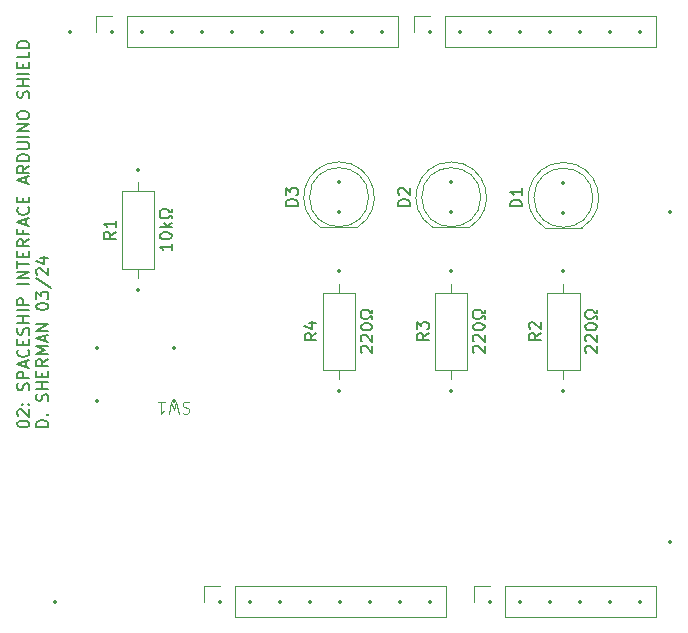
<source format=gto>
%TF.GenerationSoftware,KiCad,Pcbnew,8.0.0*%
%TF.CreationDate,2024-03-31T18:51:28-04:00*%
%TF.ProjectId,2_spaceship_interface_shield,325f7370-6163-4657-9368-69705f696e74,rev?*%
%TF.SameCoordinates,Original*%
%TF.FileFunction,Legend,Top*%
%TF.FilePolarity,Positive*%
%FSLAX46Y46*%
G04 Gerber Fmt 4.6, Leading zero omitted, Abs format (unit mm)*
G04 Created by KiCad (PCBNEW 8.0.0) date 2024-03-31 18:51:28*
%MOMM*%
%LPD*%
G01*
G04 APERTURE LIST*
%ADD10C,0.150000*%
%ADD11C,0.100000*%
%ADD12C,0.120000*%
%ADD13C,0.350000*%
G04 APERTURE END LIST*
D10*
X10759875Y17527256D02*
X10759875Y17622494D01*
X10759875Y17622494D02*
X10807494Y17717732D01*
X10807494Y17717732D02*
X10855113Y17765351D01*
X10855113Y17765351D02*
X10950351Y17812970D01*
X10950351Y17812970D02*
X11140827Y17860589D01*
X11140827Y17860589D02*
X11378922Y17860589D01*
X11378922Y17860589D02*
X11569398Y17812970D01*
X11569398Y17812970D02*
X11664636Y17765351D01*
X11664636Y17765351D02*
X11712256Y17717732D01*
X11712256Y17717732D02*
X11759875Y17622494D01*
X11759875Y17622494D02*
X11759875Y17527256D01*
X11759875Y17527256D02*
X11712256Y17432018D01*
X11712256Y17432018D02*
X11664636Y17384399D01*
X11664636Y17384399D02*
X11569398Y17336780D01*
X11569398Y17336780D02*
X11378922Y17289161D01*
X11378922Y17289161D02*
X11140827Y17289161D01*
X11140827Y17289161D02*
X10950351Y17336780D01*
X10950351Y17336780D02*
X10855113Y17384399D01*
X10855113Y17384399D02*
X10807494Y17432018D01*
X10807494Y17432018D02*
X10759875Y17527256D01*
X10855113Y18241542D02*
X10807494Y18289161D01*
X10807494Y18289161D02*
X10759875Y18384399D01*
X10759875Y18384399D02*
X10759875Y18622494D01*
X10759875Y18622494D02*
X10807494Y18717732D01*
X10807494Y18717732D02*
X10855113Y18765351D01*
X10855113Y18765351D02*
X10950351Y18812970D01*
X10950351Y18812970D02*
X11045589Y18812970D01*
X11045589Y18812970D02*
X11188446Y18765351D01*
X11188446Y18765351D02*
X11759875Y18193923D01*
X11759875Y18193923D02*
X11759875Y18812970D01*
X11664636Y19241542D02*
X11712256Y19289161D01*
X11712256Y19289161D02*
X11759875Y19241542D01*
X11759875Y19241542D02*
X11712256Y19193923D01*
X11712256Y19193923D02*
X11664636Y19241542D01*
X11664636Y19241542D02*
X11759875Y19241542D01*
X11140827Y19241542D02*
X11188446Y19289161D01*
X11188446Y19289161D02*
X11236065Y19241542D01*
X11236065Y19241542D02*
X11188446Y19193923D01*
X11188446Y19193923D02*
X11140827Y19241542D01*
X11140827Y19241542D02*
X11236065Y19241542D01*
X11712256Y20432018D02*
X11759875Y20574875D01*
X11759875Y20574875D02*
X11759875Y20812970D01*
X11759875Y20812970D02*
X11712256Y20908208D01*
X11712256Y20908208D02*
X11664636Y20955827D01*
X11664636Y20955827D02*
X11569398Y21003446D01*
X11569398Y21003446D02*
X11474160Y21003446D01*
X11474160Y21003446D02*
X11378922Y20955827D01*
X11378922Y20955827D02*
X11331303Y20908208D01*
X11331303Y20908208D02*
X11283684Y20812970D01*
X11283684Y20812970D02*
X11236065Y20622494D01*
X11236065Y20622494D02*
X11188446Y20527256D01*
X11188446Y20527256D02*
X11140827Y20479637D01*
X11140827Y20479637D02*
X11045589Y20432018D01*
X11045589Y20432018D02*
X10950351Y20432018D01*
X10950351Y20432018D02*
X10855113Y20479637D01*
X10855113Y20479637D02*
X10807494Y20527256D01*
X10807494Y20527256D02*
X10759875Y20622494D01*
X10759875Y20622494D02*
X10759875Y20860589D01*
X10759875Y20860589D02*
X10807494Y21003446D01*
X11759875Y21432018D02*
X10759875Y21432018D01*
X10759875Y21432018D02*
X10759875Y21812970D01*
X10759875Y21812970D02*
X10807494Y21908208D01*
X10807494Y21908208D02*
X10855113Y21955827D01*
X10855113Y21955827D02*
X10950351Y22003446D01*
X10950351Y22003446D02*
X11093208Y22003446D01*
X11093208Y22003446D02*
X11188446Y21955827D01*
X11188446Y21955827D02*
X11236065Y21908208D01*
X11236065Y21908208D02*
X11283684Y21812970D01*
X11283684Y21812970D02*
X11283684Y21432018D01*
X11474160Y22384399D02*
X11474160Y22860589D01*
X11759875Y22289161D02*
X10759875Y22622494D01*
X10759875Y22622494D02*
X11759875Y22955827D01*
X11664636Y23860589D02*
X11712256Y23812970D01*
X11712256Y23812970D02*
X11759875Y23670113D01*
X11759875Y23670113D02*
X11759875Y23574875D01*
X11759875Y23574875D02*
X11712256Y23432018D01*
X11712256Y23432018D02*
X11617017Y23336780D01*
X11617017Y23336780D02*
X11521779Y23289161D01*
X11521779Y23289161D02*
X11331303Y23241542D01*
X11331303Y23241542D02*
X11188446Y23241542D01*
X11188446Y23241542D02*
X10997970Y23289161D01*
X10997970Y23289161D02*
X10902732Y23336780D01*
X10902732Y23336780D02*
X10807494Y23432018D01*
X10807494Y23432018D02*
X10759875Y23574875D01*
X10759875Y23574875D02*
X10759875Y23670113D01*
X10759875Y23670113D02*
X10807494Y23812970D01*
X10807494Y23812970D02*
X10855113Y23860589D01*
X11236065Y24289161D02*
X11236065Y24622494D01*
X11759875Y24765351D02*
X11759875Y24289161D01*
X11759875Y24289161D02*
X10759875Y24289161D01*
X10759875Y24289161D02*
X10759875Y24765351D01*
X11712256Y25146304D02*
X11759875Y25289161D01*
X11759875Y25289161D02*
X11759875Y25527256D01*
X11759875Y25527256D02*
X11712256Y25622494D01*
X11712256Y25622494D02*
X11664636Y25670113D01*
X11664636Y25670113D02*
X11569398Y25717732D01*
X11569398Y25717732D02*
X11474160Y25717732D01*
X11474160Y25717732D02*
X11378922Y25670113D01*
X11378922Y25670113D02*
X11331303Y25622494D01*
X11331303Y25622494D02*
X11283684Y25527256D01*
X11283684Y25527256D02*
X11236065Y25336780D01*
X11236065Y25336780D02*
X11188446Y25241542D01*
X11188446Y25241542D02*
X11140827Y25193923D01*
X11140827Y25193923D02*
X11045589Y25146304D01*
X11045589Y25146304D02*
X10950351Y25146304D01*
X10950351Y25146304D02*
X10855113Y25193923D01*
X10855113Y25193923D02*
X10807494Y25241542D01*
X10807494Y25241542D02*
X10759875Y25336780D01*
X10759875Y25336780D02*
X10759875Y25574875D01*
X10759875Y25574875D02*
X10807494Y25717732D01*
X11759875Y26146304D02*
X10759875Y26146304D01*
X11236065Y26146304D02*
X11236065Y26717732D01*
X11759875Y26717732D02*
X10759875Y26717732D01*
X11759875Y27193923D02*
X10759875Y27193923D01*
X11759875Y27670113D02*
X10759875Y27670113D01*
X10759875Y27670113D02*
X10759875Y28051065D01*
X10759875Y28051065D02*
X10807494Y28146303D01*
X10807494Y28146303D02*
X10855113Y28193922D01*
X10855113Y28193922D02*
X10950351Y28241541D01*
X10950351Y28241541D02*
X11093208Y28241541D01*
X11093208Y28241541D02*
X11188446Y28193922D01*
X11188446Y28193922D02*
X11236065Y28146303D01*
X11236065Y28146303D02*
X11283684Y28051065D01*
X11283684Y28051065D02*
X11283684Y27670113D01*
X11759875Y29432018D02*
X10759875Y29432018D01*
X11759875Y29908208D02*
X10759875Y29908208D01*
X10759875Y29908208D02*
X11759875Y30479636D01*
X11759875Y30479636D02*
X10759875Y30479636D01*
X10759875Y30812970D02*
X10759875Y31384398D01*
X11759875Y31098684D02*
X10759875Y31098684D01*
X11236065Y31717732D02*
X11236065Y32051065D01*
X11759875Y32193922D02*
X11759875Y31717732D01*
X11759875Y31717732D02*
X10759875Y31717732D01*
X10759875Y31717732D02*
X10759875Y32193922D01*
X11759875Y33193922D02*
X11283684Y32860589D01*
X11759875Y32622494D02*
X10759875Y32622494D01*
X10759875Y32622494D02*
X10759875Y33003446D01*
X10759875Y33003446D02*
X10807494Y33098684D01*
X10807494Y33098684D02*
X10855113Y33146303D01*
X10855113Y33146303D02*
X10950351Y33193922D01*
X10950351Y33193922D02*
X11093208Y33193922D01*
X11093208Y33193922D02*
X11188446Y33146303D01*
X11188446Y33146303D02*
X11236065Y33098684D01*
X11236065Y33098684D02*
X11283684Y33003446D01*
X11283684Y33003446D02*
X11283684Y32622494D01*
X11236065Y33955827D02*
X11236065Y33622494D01*
X11759875Y33622494D02*
X10759875Y33622494D01*
X10759875Y33622494D02*
X10759875Y34098684D01*
X11474160Y34432018D02*
X11474160Y34908208D01*
X11759875Y34336780D02*
X10759875Y34670113D01*
X10759875Y34670113D02*
X11759875Y35003446D01*
X11664636Y35908208D02*
X11712256Y35860589D01*
X11712256Y35860589D02*
X11759875Y35717732D01*
X11759875Y35717732D02*
X11759875Y35622494D01*
X11759875Y35622494D02*
X11712256Y35479637D01*
X11712256Y35479637D02*
X11617017Y35384399D01*
X11617017Y35384399D02*
X11521779Y35336780D01*
X11521779Y35336780D02*
X11331303Y35289161D01*
X11331303Y35289161D02*
X11188446Y35289161D01*
X11188446Y35289161D02*
X10997970Y35336780D01*
X10997970Y35336780D02*
X10902732Y35384399D01*
X10902732Y35384399D02*
X10807494Y35479637D01*
X10807494Y35479637D02*
X10759875Y35622494D01*
X10759875Y35622494D02*
X10759875Y35717732D01*
X10759875Y35717732D02*
X10807494Y35860589D01*
X10807494Y35860589D02*
X10855113Y35908208D01*
X11236065Y36336780D02*
X11236065Y36670113D01*
X11759875Y36812970D02*
X11759875Y36336780D01*
X11759875Y36336780D02*
X10759875Y36336780D01*
X10759875Y36336780D02*
X10759875Y36812970D01*
X11474160Y37955828D02*
X11474160Y38432018D01*
X11759875Y37860590D02*
X10759875Y38193923D01*
X10759875Y38193923D02*
X11759875Y38527256D01*
X11759875Y39432018D02*
X11283684Y39098685D01*
X11759875Y38860590D02*
X10759875Y38860590D01*
X10759875Y38860590D02*
X10759875Y39241542D01*
X10759875Y39241542D02*
X10807494Y39336780D01*
X10807494Y39336780D02*
X10855113Y39384399D01*
X10855113Y39384399D02*
X10950351Y39432018D01*
X10950351Y39432018D02*
X11093208Y39432018D01*
X11093208Y39432018D02*
X11188446Y39384399D01*
X11188446Y39384399D02*
X11236065Y39336780D01*
X11236065Y39336780D02*
X11283684Y39241542D01*
X11283684Y39241542D02*
X11283684Y38860590D01*
X11759875Y39860590D02*
X10759875Y39860590D01*
X10759875Y39860590D02*
X10759875Y40098685D01*
X10759875Y40098685D02*
X10807494Y40241542D01*
X10807494Y40241542D02*
X10902732Y40336780D01*
X10902732Y40336780D02*
X10997970Y40384399D01*
X10997970Y40384399D02*
X11188446Y40432018D01*
X11188446Y40432018D02*
X11331303Y40432018D01*
X11331303Y40432018D02*
X11521779Y40384399D01*
X11521779Y40384399D02*
X11617017Y40336780D01*
X11617017Y40336780D02*
X11712256Y40241542D01*
X11712256Y40241542D02*
X11759875Y40098685D01*
X11759875Y40098685D02*
X11759875Y39860590D01*
X10759875Y40860590D02*
X11569398Y40860590D01*
X11569398Y40860590D02*
X11664636Y40908209D01*
X11664636Y40908209D02*
X11712256Y40955828D01*
X11712256Y40955828D02*
X11759875Y41051066D01*
X11759875Y41051066D02*
X11759875Y41241542D01*
X11759875Y41241542D02*
X11712256Y41336780D01*
X11712256Y41336780D02*
X11664636Y41384399D01*
X11664636Y41384399D02*
X11569398Y41432018D01*
X11569398Y41432018D02*
X10759875Y41432018D01*
X11759875Y41908209D02*
X10759875Y41908209D01*
X11759875Y42384399D02*
X10759875Y42384399D01*
X10759875Y42384399D02*
X11759875Y42955827D01*
X11759875Y42955827D02*
X10759875Y42955827D01*
X10759875Y43622494D02*
X10759875Y43812970D01*
X10759875Y43812970D02*
X10807494Y43908208D01*
X10807494Y43908208D02*
X10902732Y44003446D01*
X10902732Y44003446D02*
X11093208Y44051065D01*
X11093208Y44051065D02*
X11426541Y44051065D01*
X11426541Y44051065D02*
X11617017Y44003446D01*
X11617017Y44003446D02*
X11712256Y43908208D01*
X11712256Y43908208D02*
X11759875Y43812970D01*
X11759875Y43812970D02*
X11759875Y43622494D01*
X11759875Y43622494D02*
X11712256Y43527256D01*
X11712256Y43527256D02*
X11617017Y43432018D01*
X11617017Y43432018D02*
X11426541Y43384399D01*
X11426541Y43384399D02*
X11093208Y43384399D01*
X11093208Y43384399D02*
X10902732Y43432018D01*
X10902732Y43432018D02*
X10807494Y43527256D01*
X10807494Y43527256D02*
X10759875Y43622494D01*
X11712256Y45193923D02*
X11759875Y45336780D01*
X11759875Y45336780D02*
X11759875Y45574875D01*
X11759875Y45574875D02*
X11712256Y45670113D01*
X11712256Y45670113D02*
X11664636Y45717732D01*
X11664636Y45717732D02*
X11569398Y45765351D01*
X11569398Y45765351D02*
X11474160Y45765351D01*
X11474160Y45765351D02*
X11378922Y45717732D01*
X11378922Y45717732D02*
X11331303Y45670113D01*
X11331303Y45670113D02*
X11283684Y45574875D01*
X11283684Y45574875D02*
X11236065Y45384399D01*
X11236065Y45384399D02*
X11188446Y45289161D01*
X11188446Y45289161D02*
X11140827Y45241542D01*
X11140827Y45241542D02*
X11045589Y45193923D01*
X11045589Y45193923D02*
X10950351Y45193923D01*
X10950351Y45193923D02*
X10855113Y45241542D01*
X10855113Y45241542D02*
X10807494Y45289161D01*
X10807494Y45289161D02*
X10759875Y45384399D01*
X10759875Y45384399D02*
X10759875Y45622494D01*
X10759875Y45622494D02*
X10807494Y45765351D01*
X11759875Y46193923D02*
X10759875Y46193923D01*
X11236065Y46193923D02*
X11236065Y46765351D01*
X11759875Y46765351D02*
X10759875Y46765351D01*
X11759875Y47241542D02*
X10759875Y47241542D01*
X11236065Y47717732D02*
X11236065Y48051065D01*
X11759875Y48193922D02*
X11759875Y47717732D01*
X11759875Y47717732D02*
X10759875Y47717732D01*
X10759875Y47717732D02*
X10759875Y48193922D01*
X11759875Y49098684D02*
X11759875Y48622494D01*
X11759875Y48622494D02*
X10759875Y48622494D01*
X11759875Y49432018D02*
X10759875Y49432018D01*
X10759875Y49432018D02*
X10759875Y49670113D01*
X10759875Y49670113D02*
X10807494Y49812970D01*
X10807494Y49812970D02*
X10902732Y49908208D01*
X10902732Y49908208D02*
X10997970Y49955827D01*
X10997970Y49955827D02*
X11188446Y50003446D01*
X11188446Y50003446D02*
X11331303Y50003446D01*
X11331303Y50003446D02*
X11521779Y49955827D01*
X11521779Y49955827D02*
X11617017Y49908208D01*
X11617017Y49908208D02*
X11712256Y49812970D01*
X11712256Y49812970D02*
X11759875Y49670113D01*
X11759875Y49670113D02*
X11759875Y49432018D01*
X13369819Y17336780D02*
X12369819Y17336780D01*
X12369819Y17336780D02*
X12369819Y17574875D01*
X12369819Y17574875D02*
X12417438Y17717732D01*
X12417438Y17717732D02*
X12512676Y17812970D01*
X12512676Y17812970D02*
X12607914Y17860589D01*
X12607914Y17860589D02*
X12798390Y17908208D01*
X12798390Y17908208D02*
X12941247Y17908208D01*
X12941247Y17908208D02*
X13131723Y17860589D01*
X13131723Y17860589D02*
X13226961Y17812970D01*
X13226961Y17812970D02*
X13322200Y17717732D01*
X13322200Y17717732D02*
X13369819Y17574875D01*
X13369819Y17574875D02*
X13369819Y17336780D01*
X13274580Y18336780D02*
X13322200Y18384399D01*
X13322200Y18384399D02*
X13369819Y18336780D01*
X13369819Y18336780D02*
X13322200Y18289161D01*
X13322200Y18289161D02*
X13274580Y18336780D01*
X13274580Y18336780D02*
X13369819Y18336780D01*
X13322200Y19527256D02*
X13369819Y19670113D01*
X13369819Y19670113D02*
X13369819Y19908208D01*
X13369819Y19908208D02*
X13322200Y20003446D01*
X13322200Y20003446D02*
X13274580Y20051065D01*
X13274580Y20051065D02*
X13179342Y20098684D01*
X13179342Y20098684D02*
X13084104Y20098684D01*
X13084104Y20098684D02*
X12988866Y20051065D01*
X12988866Y20051065D02*
X12941247Y20003446D01*
X12941247Y20003446D02*
X12893628Y19908208D01*
X12893628Y19908208D02*
X12846009Y19717732D01*
X12846009Y19717732D02*
X12798390Y19622494D01*
X12798390Y19622494D02*
X12750771Y19574875D01*
X12750771Y19574875D02*
X12655533Y19527256D01*
X12655533Y19527256D02*
X12560295Y19527256D01*
X12560295Y19527256D02*
X12465057Y19574875D01*
X12465057Y19574875D02*
X12417438Y19622494D01*
X12417438Y19622494D02*
X12369819Y19717732D01*
X12369819Y19717732D02*
X12369819Y19955827D01*
X12369819Y19955827D02*
X12417438Y20098684D01*
X13369819Y20527256D02*
X12369819Y20527256D01*
X12846009Y20527256D02*
X12846009Y21098684D01*
X13369819Y21098684D02*
X12369819Y21098684D01*
X12846009Y21574875D02*
X12846009Y21908208D01*
X13369819Y22051065D02*
X13369819Y21574875D01*
X13369819Y21574875D02*
X12369819Y21574875D01*
X12369819Y21574875D02*
X12369819Y22051065D01*
X13369819Y23051065D02*
X12893628Y22717732D01*
X13369819Y22479637D02*
X12369819Y22479637D01*
X12369819Y22479637D02*
X12369819Y22860589D01*
X12369819Y22860589D02*
X12417438Y22955827D01*
X12417438Y22955827D02*
X12465057Y23003446D01*
X12465057Y23003446D02*
X12560295Y23051065D01*
X12560295Y23051065D02*
X12703152Y23051065D01*
X12703152Y23051065D02*
X12798390Y23003446D01*
X12798390Y23003446D02*
X12846009Y22955827D01*
X12846009Y22955827D02*
X12893628Y22860589D01*
X12893628Y22860589D02*
X12893628Y22479637D01*
X13369819Y23479637D02*
X12369819Y23479637D01*
X12369819Y23479637D02*
X13084104Y23812970D01*
X13084104Y23812970D02*
X12369819Y24146303D01*
X12369819Y24146303D02*
X13369819Y24146303D01*
X13084104Y24574875D02*
X13084104Y25051065D01*
X13369819Y24479637D02*
X12369819Y24812970D01*
X12369819Y24812970D02*
X13369819Y25146303D01*
X13369819Y25479637D02*
X12369819Y25479637D01*
X12369819Y25479637D02*
X13369819Y26051065D01*
X13369819Y26051065D02*
X12369819Y26051065D01*
X12369819Y27479637D02*
X12369819Y27574875D01*
X12369819Y27574875D02*
X12417438Y27670113D01*
X12417438Y27670113D02*
X12465057Y27717732D01*
X12465057Y27717732D02*
X12560295Y27765351D01*
X12560295Y27765351D02*
X12750771Y27812970D01*
X12750771Y27812970D02*
X12988866Y27812970D01*
X12988866Y27812970D02*
X13179342Y27765351D01*
X13179342Y27765351D02*
X13274580Y27717732D01*
X13274580Y27717732D02*
X13322200Y27670113D01*
X13322200Y27670113D02*
X13369819Y27574875D01*
X13369819Y27574875D02*
X13369819Y27479637D01*
X13369819Y27479637D02*
X13322200Y27384399D01*
X13322200Y27384399D02*
X13274580Y27336780D01*
X13274580Y27336780D02*
X13179342Y27289161D01*
X13179342Y27289161D02*
X12988866Y27241542D01*
X12988866Y27241542D02*
X12750771Y27241542D01*
X12750771Y27241542D02*
X12560295Y27289161D01*
X12560295Y27289161D02*
X12465057Y27336780D01*
X12465057Y27336780D02*
X12417438Y27384399D01*
X12417438Y27384399D02*
X12369819Y27479637D01*
X12369819Y28146304D02*
X12369819Y28765351D01*
X12369819Y28765351D02*
X12750771Y28432018D01*
X12750771Y28432018D02*
X12750771Y28574875D01*
X12750771Y28574875D02*
X12798390Y28670113D01*
X12798390Y28670113D02*
X12846009Y28717732D01*
X12846009Y28717732D02*
X12941247Y28765351D01*
X12941247Y28765351D02*
X13179342Y28765351D01*
X13179342Y28765351D02*
X13274580Y28717732D01*
X13274580Y28717732D02*
X13322200Y28670113D01*
X13322200Y28670113D02*
X13369819Y28574875D01*
X13369819Y28574875D02*
X13369819Y28289161D01*
X13369819Y28289161D02*
X13322200Y28193923D01*
X13322200Y28193923D02*
X13274580Y28146304D01*
X12322200Y29908208D02*
X13607914Y29051066D01*
X12465057Y30193923D02*
X12417438Y30241542D01*
X12417438Y30241542D02*
X12369819Y30336780D01*
X12369819Y30336780D02*
X12369819Y30574875D01*
X12369819Y30574875D02*
X12417438Y30670113D01*
X12417438Y30670113D02*
X12465057Y30717732D01*
X12465057Y30717732D02*
X12560295Y30765351D01*
X12560295Y30765351D02*
X12655533Y30765351D01*
X12655533Y30765351D02*
X12798390Y30717732D01*
X12798390Y30717732D02*
X13369819Y30146304D01*
X13369819Y30146304D02*
X13369819Y30765351D01*
X12703152Y31622494D02*
X13369819Y31622494D01*
X12322200Y31384399D02*
X13036485Y31146304D01*
X13036485Y31146304D02*
X13036485Y31765351D01*
X19084819Y33833334D02*
X18608628Y33500001D01*
X19084819Y33261906D02*
X18084819Y33261906D01*
X18084819Y33261906D02*
X18084819Y33642858D01*
X18084819Y33642858D02*
X18132438Y33738096D01*
X18132438Y33738096D02*
X18180057Y33785715D01*
X18180057Y33785715D02*
X18275295Y33833334D01*
X18275295Y33833334D02*
X18418152Y33833334D01*
X18418152Y33833334D02*
X18513390Y33785715D01*
X18513390Y33785715D02*
X18561009Y33738096D01*
X18561009Y33738096D02*
X18608628Y33642858D01*
X18608628Y33642858D02*
X18608628Y33261906D01*
X19084819Y34785715D02*
X19084819Y34214287D01*
X19084819Y34500001D02*
X18084819Y34500001D01*
X18084819Y34500001D02*
X18227676Y34404763D01*
X18227676Y34404763D02*
X18322914Y34309525D01*
X18322914Y34309525D02*
X18370533Y34214287D01*
X23824819Y32833334D02*
X23824819Y32261906D01*
X23824819Y32547620D02*
X22824819Y32547620D01*
X22824819Y32547620D02*
X22967676Y32452382D01*
X22967676Y32452382D02*
X23062914Y32357144D01*
X23062914Y32357144D02*
X23110533Y32261906D01*
X22824819Y33452382D02*
X22824819Y33547620D01*
X22824819Y33547620D02*
X22872438Y33642858D01*
X22872438Y33642858D02*
X22920057Y33690477D01*
X22920057Y33690477D02*
X23015295Y33738096D01*
X23015295Y33738096D02*
X23205771Y33785715D01*
X23205771Y33785715D02*
X23443866Y33785715D01*
X23443866Y33785715D02*
X23634342Y33738096D01*
X23634342Y33738096D02*
X23729580Y33690477D01*
X23729580Y33690477D02*
X23777200Y33642858D01*
X23777200Y33642858D02*
X23824819Y33547620D01*
X23824819Y33547620D02*
X23824819Y33452382D01*
X23824819Y33452382D02*
X23777200Y33357144D01*
X23777200Y33357144D02*
X23729580Y33309525D01*
X23729580Y33309525D02*
X23634342Y33261906D01*
X23634342Y33261906D02*
X23443866Y33214287D01*
X23443866Y33214287D02*
X23205771Y33214287D01*
X23205771Y33214287D02*
X23015295Y33261906D01*
X23015295Y33261906D02*
X22920057Y33309525D01*
X22920057Y33309525D02*
X22872438Y33357144D01*
X22872438Y33357144D02*
X22824819Y33452382D01*
X23824819Y34214287D02*
X22824819Y34214287D01*
X23443866Y34309525D02*
X23824819Y34595239D01*
X23158152Y34595239D02*
X23539104Y34214287D01*
X23824819Y34976192D02*
X23824819Y35214287D01*
X23824819Y35214287D02*
X23634342Y35214287D01*
X23634342Y35214287D02*
X23586723Y35119049D01*
X23586723Y35119049D02*
X23491485Y35023811D01*
X23491485Y35023811D02*
X23348628Y34976192D01*
X23348628Y34976192D02*
X23110533Y34976192D01*
X23110533Y34976192D02*
X22967676Y35023811D01*
X22967676Y35023811D02*
X22872438Y35119049D01*
X22872438Y35119049D02*
X22824819Y35261906D01*
X22824819Y35261906D02*
X22824819Y35452382D01*
X22824819Y35452382D02*
X22872438Y35595239D01*
X22872438Y35595239D02*
X22967676Y35690477D01*
X22967676Y35690477D02*
X23110533Y35738096D01*
X23110533Y35738096D02*
X23348628Y35738096D01*
X23348628Y35738096D02*
X23491485Y35690477D01*
X23491485Y35690477D02*
X23586723Y35595239D01*
X23586723Y35595239D02*
X23634342Y35500001D01*
X23634342Y35500001D02*
X23824819Y35500001D01*
X23824819Y35500001D02*
X23824819Y35738096D01*
X45584819Y25253334D02*
X45108628Y24920001D01*
X45584819Y24681906D02*
X44584819Y24681906D01*
X44584819Y24681906D02*
X44584819Y25062858D01*
X44584819Y25062858D02*
X44632438Y25158096D01*
X44632438Y25158096D02*
X44680057Y25205715D01*
X44680057Y25205715D02*
X44775295Y25253334D01*
X44775295Y25253334D02*
X44918152Y25253334D01*
X44918152Y25253334D02*
X45013390Y25205715D01*
X45013390Y25205715D02*
X45061009Y25158096D01*
X45061009Y25158096D02*
X45108628Y25062858D01*
X45108628Y25062858D02*
X45108628Y24681906D01*
X44584819Y25586668D02*
X44584819Y26205715D01*
X44584819Y26205715D02*
X44965771Y25872382D01*
X44965771Y25872382D02*
X44965771Y26015239D01*
X44965771Y26015239D02*
X45013390Y26110477D01*
X45013390Y26110477D02*
X45061009Y26158096D01*
X45061009Y26158096D02*
X45156247Y26205715D01*
X45156247Y26205715D02*
X45394342Y26205715D01*
X45394342Y26205715D02*
X45489580Y26158096D01*
X45489580Y26158096D02*
X45537200Y26110477D01*
X45537200Y26110477D02*
X45584819Y26015239D01*
X45584819Y26015239D02*
X45584819Y25729525D01*
X45584819Y25729525D02*
X45537200Y25634287D01*
X45537200Y25634287D02*
X45489580Y25586668D01*
X49420057Y23610477D02*
X49372438Y23658096D01*
X49372438Y23658096D02*
X49324819Y23753334D01*
X49324819Y23753334D02*
X49324819Y23991429D01*
X49324819Y23991429D02*
X49372438Y24086667D01*
X49372438Y24086667D02*
X49420057Y24134286D01*
X49420057Y24134286D02*
X49515295Y24181905D01*
X49515295Y24181905D02*
X49610533Y24181905D01*
X49610533Y24181905D02*
X49753390Y24134286D01*
X49753390Y24134286D02*
X50324819Y23562858D01*
X50324819Y23562858D02*
X50324819Y24181905D01*
X49420057Y24562858D02*
X49372438Y24610477D01*
X49372438Y24610477D02*
X49324819Y24705715D01*
X49324819Y24705715D02*
X49324819Y24943810D01*
X49324819Y24943810D02*
X49372438Y25039048D01*
X49372438Y25039048D02*
X49420057Y25086667D01*
X49420057Y25086667D02*
X49515295Y25134286D01*
X49515295Y25134286D02*
X49610533Y25134286D01*
X49610533Y25134286D02*
X49753390Y25086667D01*
X49753390Y25086667D02*
X50324819Y24515239D01*
X50324819Y24515239D02*
X50324819Y25134286D01*
X49324819Y25753334D02*
X49324819Y25848572D01*
X49324819Y25848572D02*
X49372438Y25943810D01*
X49372438Y25943810D02*
X49420057Y25991429D01*
X49420057Y25991429D02*
X49515295Y26039048D01*
X49515295Y26039048D02*
X49705771Y26086667D01*
X49705771Y26086667D02*
X49943866Y26086667D01*
X49943866Y26086667D02*
X50134342Y26039048D01*
X50134342Y26039048D02*
X50229580Y25991429D01*
X50229580Y25991429D02*
X50277200Y25943810D01*
X50277200Y25943810D02*
X50324819Y25848572D01*
X50324819Y25848572D02*
X50324819Y25753334D01*
X50324819Y25753334D02*
X50277200Y25658096D01*
X50277200Y25658096D02*
X50229580Y25610477D01*
X50229580Y25610477D02*
X50134342Y25562858D01*
X50134342Y25562858D02*
X49943866Y25515239D01*
X49943866Y25515239D02*
X49705771Y25515239D01*
X49705771Y25515239D02*
X49515295Y25562858D01*
X49515295Y25562858D02*
X49420057Y25610477D01*
X49420057Y25610477D02*
X49372438Y25658096D01*
X49372438Y25658096D02*
X49324819Y25753334D01*
X50324819Y26467620D02*
X50324819Y26705715D01*
X50324819Y26705715D02*
X50134342Y26705715D01*
X50134342Y26705715D02*
X50086723Y26610477D01*
X50086723Y26610477D02*
X49991485Y26515239D01*
X49991485Y26515239D02*
X49848628Y26467620D01*
X49848628Y26467620D02*
X49610533Y26467620D01*
X49610533Y26467620D02*
X49467676Y26515239D01*
X49467676Y26515239D02*
X49372438Y26610477D01*
X49372438Y26610477D02*
X49324819Y26753334D01*
X49324819Y26753334D02*
X49324819Y26943810D01*
X49324819Y26943810D02*
X49372438Y27086667D01*
X49372438Y27086667D02*
X49467676Y27181905D01*
X49467676Y27181905D02*
X49610533Y27229524D01*
X49610533Y27229524D02*
X49848628Y27229524D01*
X49848628Y27229524D02*
X49991485Y27181905D01*
X49991485Y27181905D02*
X50086723Y27086667D01*
X50086723Y27086667D02*
X50134342Y26991429D01*
X50134342Y26991429D02*
X50324819Y26991429D01*
X50324819Y26991429D02*
X50324819Y27229524D01*
X53494819Y35991906D02*
X52494819Y35991906D01*
X52494819Y35991906D02*
X52494819Y36230001D01*
X52494819Y36230001D02*
X52542438Y36372858D01*
X52542438Y36372858D02*
X52637676Y36468096D01*
X52637676Y36468096D02*
X52732914Y36515715D01*
X52732914Y36515715D02*
X52923390Y36563334D01*
X52923390Y36563334D02*
X53066247Y36563334D01*
X53066247Y36563334D02*
X53256723Y36515715D01*
X53256723Y36515715D02*
X53351961Y36468096D01*
X53351961Y36468096D02*
X53447200Y36372858D01*
X53447200Y36372858D02*
X53494819Y36230001D01*
X53494819Y36230001D02*
X53494819Y35991906D01*
X53494819Y37515715D02*
X53494819Y36944287D01*
X53494819Y37230001D02*
X52494819Y37230001D01*
X52494819Y37230001D02*
X52637676Y37134763D01*
X52637676Y37134763D02*
X52732914Y37039525D01*
X52732914Y37039525D02*
X52780533Y36944287D01*
X43994819Y36031906D02*
X42994819Y36031906D01*
X42994819Y36031906D02*
X42994819Y36270001D01*
X42994819Y36270001D02*
X43042438Y36412858D01*
X43042438Y36412858D02*
X43137676Y36508096D01*
X43137676Y36508096D02*
X43232914Y36555715D01*
X43232914Y36555715D02*
X43423390Y36603334D01*
X43423390Y36603334D02*
X43566247Y36603334D01*
X43566247Y36603334D02*
X43756723Y36555715D01*
X43756723Y36555715D02*
X43851961Y36508096D01*
X43851961Y36508096D02*
X43947200Y36412858D01*
X43947200Y36412858D02*
X43994819Y36270001D01*
X43994819Y36270001D02*
X43994819Y36031906D01*
X43090057Y36984287D02*
X43042438Y37031906D01*
X43042438Y37031906D02*
X42994819Y37127144D01*
X42994819Y37127144D02*
X42994819Y37365239D01*
X42994819Y37365239D02*
X43042438Y37460477D01*
X43042438Y37460477D02*
X43090057Y37508096D01*
X43090057Y37508096D02*
X43185295Y37555715D01*
X43185295Y37555715D02*
X43280533Y37555715D01*
X43280533Y37555715D02*
X43423390Y37508096D01*
X43423390Y37508096D02*
X43994819Y36936668D01*
X43994819Y36936668D02*
X43994819Y37555715D01*
X36084819Y25253334D02*
X35608628Y24920001D01*
X36084819Y24681906D02*
X35084819Y24681906D01*
X35084819Y24681906D02*
X35084819Y25062858D01*
X35084819Y25062858D02*
X35132438Y25158096D01*
X35132438Y25158096D02*
X35180057Y25205715D01*
X35180057Y25205715D02*
X35275295Y25253334D01*
X35275295Y25253334D02*
X35418152Y25253334D01*
X35418152Y25253334D02*
X35513390Y25205715D01*
X35513390Y25205715D02*
X35561009Y25158096D01*
X35561009Y25158096D02*
X35608628Y25062858D01*
X35608628Y25062858D02*
X35608628Y24681906D01*
X35418152Y26110477D02*
X36084819Y26110477D01*
X35037200Y25872382D02*
X35751485Y25634287D01*
X35751485Y25634287D02*
X35751485Y26253334D01*
X39920057Y23610477D02*
X39872438Y23658096D01*
X39872438Y23658096D02*
X39824819Y23753334D01*
X39824819Y23753334D02*
X39824819Y23991429D01*
X39824819Y23991429D02*
X39872438Y24086667D01*
X39872438Y24086667D02*
X39920057Y24134286D01*
X39920057Y24134286D02*
X40015295Y24181905D01*
X40015295Y24181905D02*
X40110533Y24181905D01*
X40110533Y24181905D02*
X40253390Y24134286D01*
X40253390Y24134286D02*
X40824819Y23562858D01*
X40824819Y23562858D02*
X40824819Y24181905D01*
X39920057Y24562858D02*
X39872438Y24610477D01*
X39872438Y24610477D02*
X39824819Y24705715D01*
X39824819Y24705715D02*
X39824819Y24943810D01*
X39824819Y24943810D02*
X39872438Y25039048D01*
X39872438Y25039048D02*
X39920057Y25086667D01*
X39920057Y25086667D02*
X40015295Y25134286D01*
X40015295Y25134286D02*
X40110533Y25134286D01*
X40110533Y25134286D02*
X40253390Y25086667D01*
X40253390Y25086667D02*
X40824819Y24515239D01*
X40824819Y24515239D02*
X40824819Y25134286D01*
X39824819Y25753334D02*
X39824819Y25848572D01*
X39824819Y25848572D02*
X39872438Y25943810D01*
X39872438Y25943810D02*
X39920057Y25991429D01*
X39920057Y25991429D02*
X40015295Y26039048D01*
X40015295Y26039048D02*
X40205771Y26086667D01*
X40205771Y26086667D02*
X40443866Y26086667D01*
X40443866Y26086667D02*
X40634342Y26039048D01*
X40634342Y26039048D02*
X40729580Y25991429D01*
X40729580Y25991429D02*
X40777200Y25943810D01*
X40777200Y25943810D02*
X40824819Y25848572D01*
X40824819Y25848572D02*
X40824819Y25753334D01*
X40824819Y25753334D02*
X40777200Y25658096D01*
X40777200Y25658096D02*
X40729580Y25610477D01*
X40729580Y25610477D02*
X40634342Y25562858D01*
X40634342Y25562858D02*
X40443866Y25515239D01*
X40443866Y25515239D02*
X40205771Y25515239D01*
X40205771Y25515239D02*
X40015295Y25562858D01*
X40015295Y25562858D02*
X39920057Y25610477D01*
X39920057Y25610477D02*
X39872438Y25658096D01*
X39872438Y25658096D02*
X39824819Y25753334D01*
X40824819Y26467620D02*
X40824819Y26705715D01*
X40824819Y26705715D02*
X40634342Y26705715D01*
X40634342Y26705715D02*
X40586723Y26610477D01*
X40586723Y26610477D02*
X40491485Y26515239D01*
X40491485Y26515239D02*
X40348628Y26467620D01*
X40348628Y26467620D02*
X40110533Y26467620D01*
X40110533Y26467620D02*
X39967676Y26515239D01*
X39967676Y26515239D02*
X39872438Y26610477D01*
X39872438Y26610477D02*
X39824819Y26753334D01*
X39824819Y26753334D02*
X39824819Y26943810D01*
X39824819Y26943810D02*
X39872438Y27086667D01*
X39872438Y27086667D02*
X39967676Y27181905D01*
X39967676Y27181905D02*
X40110533Y27229524D01*
X40110533Y27229524D02*
X40348628Y27229524D01*
X40348628Y27229524D02*
X40491485Y27181905D01*
X40491485Y27181905D02*
X40586723Y27086667D01*
X40586723Y27086667D02*
X40634342Y26991429D01*
X40634342Y26991429D02*
X40824819Y26991429D01*
X40824819Y26991429D02*
X40824819Y27229524D01*
X55084819Y25253334D02*
X54608628Y24920001D01*
X55084819Y24681906D02*
X54084819Y24681906D01*
X54084819Y24681906D02*
X54084819Y25062858D01*
X54084819Y25062858D02*
X54132438Y25158096D01*
X54132438Y25158096D02*
X54180057Y25205715D01*
X54180057Y25205715D02*
X54275295Y25253334D01*
X54275295Y25253334D02*
X54418152Y25253334D01*
X54418152Y25253334D02*
X54513390Y25205715D01*
X54513390Y25205715D02*
X54561009Y25158096D01*
X54561009Y25158096D02*
X54608628Y25062858D01*
X54608628Y25062858D02*
X54608628Y24681906D01*
X54180057Y25634287D02*
X54132438Y25681906D01*
X54132438Y25681906D02*
X54084819Y25777144D01*
X54084819Y25777144D02*
X54084819Y26015239D01*
X54084819Y26015239D02*
X54132438Y26110477D01*
X54132438Y26110477D02*
X54180057Y26158096D01*
X54180057Y26158096D02*
X54275295Y26205715D01*
X54275295Y26205715D02*
X54370533Y26205715D01*
X54370533Y26205715D02*
X54513390Y26158096D01*
X54513390Y26158096D02*
X55084819Y25586668D01*
X55084819Y25586668D02*
X55084819Y26205715D01*
X58920057Y23610477D02*
X58872438Y23658096D01*
X58872438Y23658096D02*
X58824819Y23753334D01*
X58824819Y23753334D02*
X58824819Y23991429D01*
X58824819Y23991429D02*
X58872438Y24086667D01*
X58872438Y24086667D02*
X58920057Y24134286D01*
X58920057Y24134286D02*
X59015295Y24181905D01*
X59015295Y24181905D02*
X59110533Y24181905D01*
X59110533Y24181905D02*
X59253390Y24134286D01*
X59253390Y24134286D02*
X59824819Y23562858D01*
X59824819Y23562858D02*
X59824819Y24181905D01*
X58920057Y24562858D02*
X58872438Y24610477D01*
X58872438Y24610477D02*
X58824819Y24705715D01*
X58824819Y24705715D02*
X58824819Y24943810D01*
X58824819Y24943810D02*
X58872438Y25039048D01*
X58872438Y25039048D02*
X58920057Y25086667D01*
X58920057Y25086667D02*
X59015295Y25134286D01*
X59015295Y25134286D02*
X59110533Y25134286D01*
X59110533Y25134286D02*
X59253390Y25086667D01*
X59253390Y25086667D02*
X59824819Y24515239D01*
X59824819Y24515239D02*
X59824819Y25134286D01*
X58824819Y25753334D02*
X58824819Y25848572D01*
X58824819Y25848572D02*
X58872438Y25943810D01*
X58872438Y25943810D02*
X58920057Y25991429D01*
X58920057Y25991429D02*
X59015295Y26039048D01*
X59015295Y26039048D02*
X59205771Y26086667D01*
X59205771Y26086667D02*
X59443866Y26086667D01*
X59443866Y26086667D02*
X59634342Y26039048D01*
X59634342Y26039048D02*
X59729580Y25991429D01*
X59729580Y25991429D02*
X59777200Y25943810D01*
X59777200Y25943810D02*
X59824819Y25848572D01*
X59824819Y25848572D02*
X59824819Y25753334D01*
X59824819Y25753334D02*
X59777200Y25658096D01*
X59777200Y25658096D02*
X59729580Y25610477D01*
X59729580Y25610477D02*
X59634342Y25562858D01*
X59634342Y25562858D02*
X59443866Y25515239D01*
X59443866Y25515239D02*
X59205771Y25515239D01*
X59205771Y25515239D02*
X59015295Y25562858D01*
X59015295Y25562858D02*
X58920057Y25610477D01*
X58920057Y25610477D02*
X58872438Y25658096D01*
X58872438Y25658096D02*
X58824819Y25753334D01*
X59824819Y26467620D02*
X59824819Y26705715D01*
X59824819Y26705715D02*
X59634342Y26705715D01*
X59634342Y26705715D02*
X59586723Y26610477D01*
X59586723Y26610477D02*
X59491485Y26515239D01*
X59491485Y26515239D02*
X59348628Y26467620D01*
X59348628Y26467620D02*
X59110533Y26467620D01*
X59110533Y26467620D02*
X58967676Y26515239D01*
X58967676Y26515239D02*
X58872438Y26610477D01*
X58872438Y26610477D02*
X58824819Y26753334D01*
X58824819Y26753334D02*
X58824819Y26943810D01*
X58824819Y26943810D02*
X58872438Y27086667D01*
X58872438Y27086667D02*
X58967676Y27181905D01*
X58967676Y27181905D02*
X59110533Y27229524D01*
X59110533Y27229524D02*
X59348628Y27229524D01*
X59348628Y27229524D02*
X59491485Y27181905D01*
X59491485Y27181905D02*
X59586723Y27086667D01*
X59586723Y27086667D02*
X59634342Y26991429D01*
X59634342Y26991429D02*
X59824819Y26991429D01*
X59824819Y26991429D02*
X59824819Y27229524D01*
X34494819Y36031906D02*
X33494819Y36031906D01*
X33494819Y36031906D02*
X33494819Y36270001D01*
X33494819Y36270001D02*
X33542438Y36412858D01*
X33542438Y36412858D02*
X33637676Y36508096D01*
X33637676Y36508096D02*
X33732914Y36555715D01*
X33732914Y36555715D02*
X33923390Y36603334D01*
X33923390Y36603334D02*
X34066247Y36603334D01*
X34066247Y36603334D02*
X34256723Y36555715D01*
X34256723Y36555715D02*
X34351961Y36508096D01*
X34351961Y36508096D02*
X34447200Y36412858D01*
X34447200Y36412858D02*
X34494819Y36270001D01*
X34494819Y36270001D02*
X34494819Y36031906D01*
X33494819Y36936668D02*
X33494819Y37555715D01*
X33494819Y37555715D02*
X33875771Y37222382D01*
X33875771Y37222382D02*
X33875771Y37365239D01*
X33875771Y37365239D02*
X33923390Y37460477D01*
X33923390Y37460477D02*
X33971009Y37508096D01*
X33971009Y37508096D02*
X34066247Y37555715D01*
X34066247Y37555715D02*
X34304342Y37555715D01*
X34304342Y37555715D02*
X34399580Y37508096D01*
X34399580Y37508096D02*
X34447200Y37460477D01*
X34447200Y37460477D02*
X34494819Y37365239D01*
X34494819Y37365239D02*
X34494819Y37079525D01*
X34494819Y37079525D02*
X34447200Y36984287D01*
X34447200Y36984287D02*
X34399580Y36936668D01*
D11*
X25333332Y19409800D02*
X25190475Y19457420D01*
X25190475Y19457420D02*
X24952380Y19457420D01*
X24952380Y19457420D02*
X24857142Y19409800D01*
X24857142Y19409800D02*
X24809523Y19362181D01*
X24809523Y19362181D02*
X24761904Y19266943D01*
X24761904Y19266943D02*
X24761904Y19171705D01*
X24761904Y19171705D02*
X24809523Y19076467D01*
X24809523Y19076467D02*
X24857142Y19028848D01*
X24857142Y19028848D02*
X24952380Y18981229D01*
X24952380Y18981229D02*
X25142856Y18933610D01*
X25142856Y18933610D02*
X25238094Y18885991D01*
X25238094Y18885991D02*
X25285713Y18838372D01*
X25285713Y18838372D02*
X25333332Y18743134D01*
X25333332Y18743134D02*
X25333332Y18647896D01*
X25333332Y18647896D02*
X25285713Y18552658D01*
X25285713Y18552658D02*
X25238094Y18505039D01*
X25238094Y18505039D02*
X25142856Y18457420D01*
X25142856Y18457420D02*
X24904761Y18457420D01*
X24904761Y18457420D02*
X24761904Y18505039D01*
X24428570Y18457420D02*
X24190475Y19457420D01*
X24190475Y19457420D02*
X23999999Y18743134D01*
X23999999Y18743134D02*
X23809523Y19457420D01*
X23809523Y19457420D02*
X23571428Y18457420D01*
X22666666Y19457420D02*
X23238094Y19457420D01*
X22952380Y19457420D02*
X22952380Y18457420D01*
X22952380Y18457420D02*
X23047618Y18600277D01*
X23047618Y18600277D02*
X23142856Y18695515D01*
X23142856Y18695515D02*
X23238094Y18743134D01*
D12*
%TO.C,J1*%
X26610000Y3870000D02*
X27940000Y3870000D01*
X26610000Y2540000D02*
X26610000Y3870000D01*
X29210000Y3870000D02*
X47050000Y3870000D01*
X29210000Y1210000D02*
X29210000Y3870000D01*
X29210000Y1210000D02*
X47050000Y1210000D01*
X47050000Y1210000D02*
X47050000Y3870000D01*
%TO.C,J3*%
X49470000Y3870000D02*
X50800000Y3870000D01*
X49470000Y2540000D02*
X49470000Y3870000D01*
X52070000Y3870000D02*
X64830000Y3870000D01*
X52070000Y1210000D02*
X52070000Y3870000D01*
X52070000Y1210000D02*
X64830000Y1210000D01*
X64830000Y1210000D02*
X64830000Y3870000D01*
%TO.C,J2*%
X17466000Y52130000D02*
X18796000Y52130000D01*
X17466000Y50800000D02*
X17466000Y52130000D01*
X20066000Y52130000D02*
X42986000Y52130000D01*
X20066000Y49470000D02*
X20066000Y52130000D01*
X20066000Y49470000D02*
X42986000Y49470000D01*
X42986000Y49470000D02*
X42986000Y52130000D01*
%TO.C,J4*%
X44390000Y52130000D02*
X45720000Y52130000D01*
X44390000Y50800000D02*
X44390000Y52130000D01*
X46990000Y52130000D02*
X64830000Y52130000D01*
X46990000Y49470000D02*
X46990000Y52130000D01*
X46990000Y49470000D02*
X64830000Y49470000D01*
X64830000Y49470000D02*
X64830000Y52130000D01*
%TO.C,R1*%
X19630000Y37270000D02*
X19630000Y30730000D01*
X19630000Y30730000D02*
X22370000Y30730000D01*
X21000000Y38040000D02*
X21000000Y37270000D01*
X21000000Y29960000D02*
X21000000Y30730000D01*
X22370000Y37270000D02*
X19630000Y37270000D01*
X22370000Y30730000D02*
X22370000Y37270000D01*
%TO.C,R3*%
X46130000Y28690000D02*
X46130000Y22150000D01*
X46130000Y22150000D02*
X48870000Y22150000D01*
X47500000Y29460000D02*
X47500000Y28690000D01*
X47500000Y21380000D02*
X47500000Y22150000D01*
X48870000Y28690000D02*
X46130000Y28690000D01*
X48870000Y22150000D02*
X48870000Y28690000D01*
%TO.C,D1*%
X55455000Y34170000D02*
X58545000Y34170000D01*
X55455170Y34170001D02*
G75*
G02*
X57000462Y39719999I1544830J2559999D01*
G01*
X56999538Y39720000D02*
G75*
G02*
X58544830Y34170000I462J-2990000D01*
G01*
X59500000Y36730000D02*
G75*
G02*
X54500000Y36730000I-2500000J0D01*
G01*
X54500000Y36730000D02*
G75*
G02*
X59500000Y36730000I2500000J0D01*
G01*
%TO.C,D2*%
X45955000Y34210000D02*
X49045000Y34210000D01*
X45955170Y34210001D02*
G75*
G02*
X47500462Y39759999I1544830J2559999D01*
G01*
X47499538Y39760000D02*
G75*
G02*
X49044830Y34210000I462J-2990000D01*
G01*
X50000000Y36770000D02*
G75*
G02*
X45000000Y36770000I-2500000J0D01*
G01*
X45000000Y36770000D02*
G75*
G02*
X50000000Y36770000I2500000J0D01*
G01*
%TO.C,R4*%
X36630000Y28690000D02*
X36630000Y22150000D01*
X36630000Y22150000D02*
X39370000Y22150000D01*
X38000000Y29460000D02*
X38000000Y28690000D01*
X38000000Y21380000D02*
X38000000Y22150000D01*
X39370000Y28690000D02*
X36630000Y28690000D01*
X39370000Y22150000D02*
X39370000Y28690000D01*
%TO.C,R2*%
X55630000Y28690000D02*
X55630000Y22150000D01*
X55630000Y22150000D02*
X58370000Y22150000D01*
X57000000Y29460000D02*
X57000000Y28690000D01*
X57000000Y21380000D02*
X57000000Y22150000D01*
X58370000Y28690000D02*
X55630000Y28690000D01*
X58370000Y22150000D02*
X58370000Y28690000D01*
%TO.C,D3*%
X36455000Y34210000D02*
X39545000Y34210000D01*
X36455170Y34210001D02*
G75*
G02*
X38000462Y39759999I1544830J2559999D01*
G01*
X37999538Y39760000D02*
G75*
G02*
X39544830Y34210000I462J-2990000D01*
G01*
X40500000Y36770000D02*
G75*
G02*
X35500000Y36770000I-2500000J0D01*
G01*
X35500000Y36770000D02*
G75*
G02*
X40500000Y36770000I2500000J0D01*
G01*
%TD*%
D13*
X27940000Y2540000D03*
X30480000Y2540000D03*
X33020000Y2540000D03*
X35560000Y2540000D03*
X38100000Y2540000D03*
X40640000Y2540000D03*
X43180000Y2540000D03*
X45720000Y2540000D03*
X50800000Y2540000D03*
X53340000Y2540000D03*
X55880000Y2540000D03*
X58420000Y2540000D03*
X60960000Y2540000D03*
X63500000Y2540000D03*
X18796000Y50800000D03*
X21336000Y50800000D03*
X23876000Y50800000D03*
X26416000Y50800000D03*
X28956000Y50800000D03*
X31496000Y50800000D03*
X34036000Y50800000D03*
X36576000Y50800000D03*
X39116000Y50800000D03*
X41656000Y50800000D03*
X45720000Y50800000D03*
X48260000Y50800000D03*
X50800000Y50800000D03*
X53340000Y50800000D03*
X55880000Y50800000D03*
X58420000Y50800000D03*
X60960000Y50800000D03*
X63500000Y50800000D03*
X21000000Y28920000D03*
X21000000Y39080000D03*
X47500000Y20340000D03*
X47500000Y30500000D03*
X57000000Y35460000D03*
X57000000Y38000000D03*
X47500000Y35500000D03*
X47500000Y38040000D03*
X15240000Y50800000D03*
X38000000Y20340000D03*
X38000000Y30500000D03*
X57000000Y20340000D03*
X57000000Y30500000D03*
X38000000Y35500000D03*
X38000000Y38040000D03*
X24000000Y19500000D03*
X17500000Y19500000D03*
X17500000Y24000000D03*
X24000000Y24000000D03*
X13970000Y2540000D03*
X66040000Y35560000D03*
X66040000Y7620000D03*
M02*

</source>
